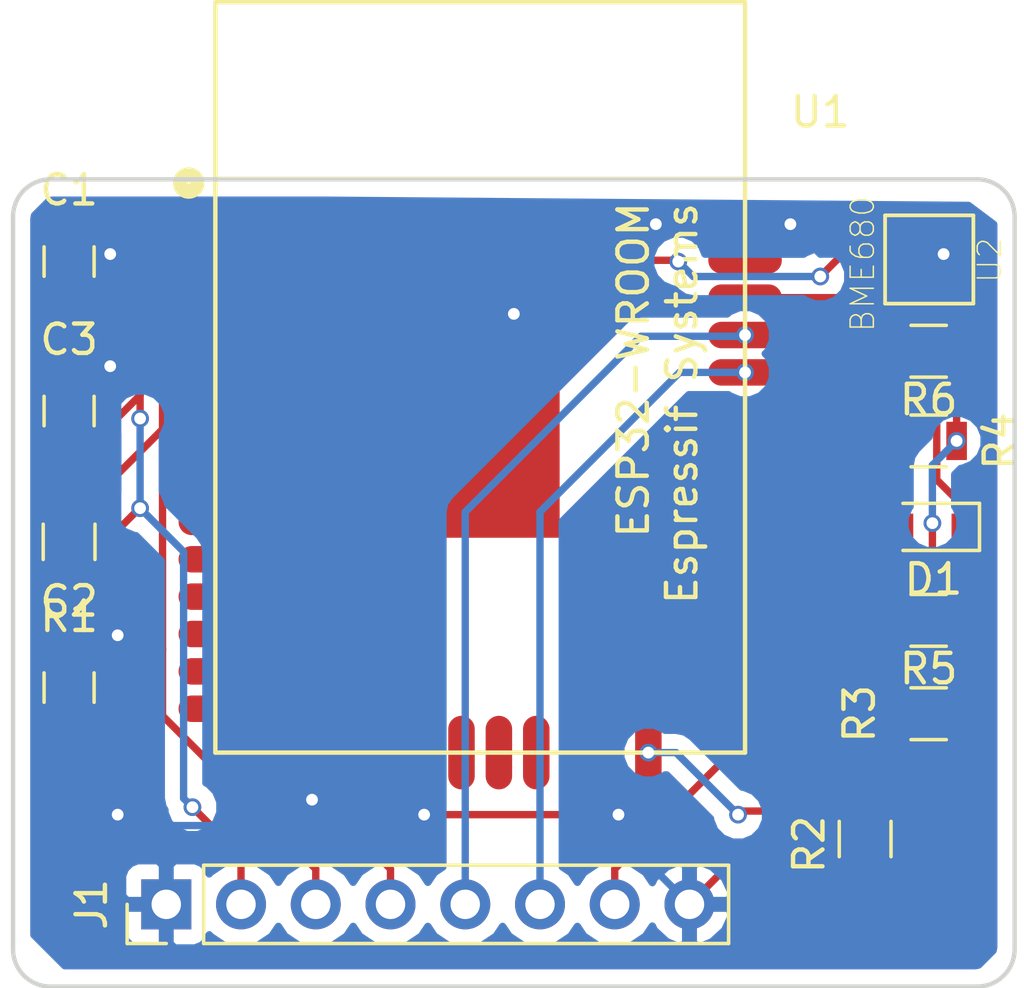
<source format=kicad_pcb>
(kicad_pcb (version 4) (host pcbnew 4.0.7)

  (general
    (links 36)
    (no_connects 7)
    (area 101.524999 83.226 137.295953 121.079619)
    (thickness 1.6)
    (drawings 8)
    (tracks 169)
    (zones 0)
    (modules 13)
    (nets 40)
  )

  (page A4)
  (layers
    (0 F.Cu signal)
    (31 B.Cu signal)
    (32 B.Adhes user hide)
    (33 F.Adhes user hide)
    (34 B.Paste user hide)
    (35 F.Paste user hide)
    (36 B.SilkS user)
    (37 F.SilkS user)
    (38 B.Mask user hide)
    (39 F.Mask user hide)
    (40 Dwgs.User user hide)
    (41 Cmts.User user hide)
    (42 Eco1.User user)
    (43 Eco2.User user hide)
    (44 Edge.Cuts user)
    (45 Margin user hide)
    (46 B.CrtYd user hide)
    (47 F.CrtYd user)
    (48 B.Fab user hide)
    (49 F.Fab user hide)
  )

  (setup
    (last_trace_width 0.25)
    (trace_clearance 0.2)
    (zone_clearance 0.508)
    (zone_45_only no)
    (trace_min 0.2)
    (segment_width 0.2)
    (edge_width 0.15)
    (via_size 0.6)
    (via_drill 0.4)
    (via_min_size 0.4)
    (via_min_drill 0.3)
    (uvia_size 0.3)
    (uvia_drill 0.1)
    (uvias_allowed no)
    (uvia_min_size 0.2)
    (uvia_min_drill 0.1)
    (pcb_text_width 0.3)
    (pcb_text_size 1.5 1.5)
    (mod_edge_width 0.15)
    (mod_text_size 1 1)
    (mod_text_width 0.15)
    (pad_size 1.524 1.524)
    (pad_drill 0.762)
    (pad_to_mask_clearance 0.2)
    (aux_axis_origin 0 0)
    (visible_elements FFFEEF7F)
    (pcbplotparams
      (layerselection 0x010fc_80000001)
      (usegerberextensions true)
      (excludeedgelayer true)
      (linewidth 0.100000)
      (plotframeref false)
      (viasonmask false)
      (mode 1)
      (useauxorigin false)
      (hpglpennumber 1)
      (hpglpenspeed 20)
      (hpglpendiameter 15)
      (hpglpenoverlay 2)
      (psnegative false)
      (psa4output false)
      (plotreference true)
      (plotvalue true)
      (plotinvisibletext false)
      (padsonsilk false)
      (subtractmaskfromsilk false)
      (outputformat 1)
      (mirror false)
      (drillshape 0)
      (scaleselection 1)
      (outputdirectory ""))
  )

  (net 0 "")
  (net 1 GND)
  (net 2 EN)
  (net 3 CSB)
  (net 4 "Net-(D1-Pad2)")
  (net 5 "Net-(R2-Pad2)")
  (net 6 "Net-(U1-Pad37)")
  (net 7 SCK)
  (net 8 SDI)
  (net 9 "Net-(U1-Pad32)")
  (net 10 "Net-(U1-Pad31)")
  (net 11 "Net-(U1-Pad30)")
  (net 12 "Net-(U1-Pad29)")
  (net 13 "Net-(U1-Pad28)")
  (net 14 "Net-(U1-Pad27)")
  (net 15 "Net-(U1-Pad26)")
  (net 16 "Net-(U1-Pad23)")
  (net 17 "Net-(U1-Pad22)")
  (net 18 "Net-(U1-Pad21)")
  (net 19 "Net-(U1-Pad20)")
  (net 20 "Net-(U1-Pad19)")
  (net 21 "Net-(U1-Pad18)")
  (net 22 "Net-(U1-Pad17)")
  (net 23 "Net-(U1-Pad14)")
  (net 24 "Net-(U1-Pad13)")
  (net 25 "Net-(U1-Pad12)")
  (net 26 "Net-(U1-Pad11)")
  (net 27 "Net-(U1-Pad10)")
  (net 28 "Net-(U1-Pad9)")
  (net 29 "Net-(U1-Pad8)")
  (net 30 "Net-(U1-Pad7)")
  (net 31 "Net-(U1-Pad6)")
  (net 32 "Net-(U1-Pad5)")
  (net 33 "Net-(U1-Pad4)")
  (net 34 "Net-(U2-Pad5)")
  (net 35 16)
  (net 36 RX)
  (net 37 TX)
  (net 38 D0)
  (net 39 +3V3)

  (net_class Default "This is the default net class."
    (clearance 0.2)
    (trace_width 0.25)
    (via_dia 0.6)
    (via_drill 0.4)
    (uvia_dia 0.3)
    (uvia_drill 0.1)
    (add_net +3V3)
    (add_net 16)
    (add_net CSB)
    (add_net D0)
    (add_net EN)
    (add_net GND)
    (add_net "Net-(D1-Pad2)")
    (add_net "Net-(R2-Pad2)")
    (add_net "Net-(U1-Pad10)")
    (add_net "Net-(U1-Pad11)")
    (add_net "Net-(U1-Pad12)")
    (add_net "Net-(U1-Pad13)")
    (add_net "Net-(U1-Pad14)")
    (add_net "Net-(U1-Pad17)")
    (add_net "Net-(U1-Pad18)")
    (add_net "Net-(U1-Pad19)")
    (add_net "Net-(U1-Pad20)")
    (add_net "Net-(U1-Pad21)")
    (add_net "Net-(U1-Pad22)")
    (add_net "Net-(U1-Pad23)")
    (add_net "Net-(U1-Pad26)")
    (add_net "Net-(U1-Pad27)")
    (add_net "Net-(U1-Pad28)")
    (add_net "Net-(U1-Pad29)")
    (add_net "Net-(U1-Pad30)")
    (add_net "Net-(U1-Pad31)")
    (add_net "Net-(U1-Pad32)")
    (add_net "Net-(U1-Pad37)")
    (add_net "Net-(U1-Pad4)")
    (add_net "Net-(U1-Pad5)")
    (add_net "Net-(U1-Pad6)")
    (add_net "Net-(U1-Pad7)")
    (add_net "Net-(U1-Pad8)")
    (add_net "Net-(U1-Pad9)")
    (add_net "Net-(U2-Pad5)")
    (add_net RX)
    (add_net SCK)
    (add_net SDI)
    (add_net TX)
  )

  (module BME680:BME680 (layer F.Cu) (tedit 5A8C5D1F) (tstamp 5A727082)
    (at 131.234 92.918 270)
    (path /5A70B922)
    (attr smd)
    (fp_text reference U2 (at 1.524 -3.556 270) (layer F.SilkS)
      (effects (font (size 0.789947 0.789947) (thickness 0.05)))
    )
    (fp_text value BME680 (at 1.651 0.762 270) (layer F.SilkS)
      (effects (font (size 0.789845 0.789845) (thickness 0.05)))
    )
    (fp_line (start 0 -3) (end 0 0) (layer F.SilkS) (width 0.127))
    (fp_line (start 0 0) (end 3 0) (layer F.SilkS) (width 0.127))
    (fp_line (start 3 0) (end 3 -3) (layer F.SilkS) (width 0.127))
    (fp_line (start 3 -3) (end 0 -3) (layer F.SilkS) (width 0.127))
    (fp_circle (center 0.988 -0.508) (end 1.088 -0.508) (layer Dwgs.User) (width 0))
    (pad 1 smd rect (at 2.7 -2.7 270) (size 0.4 0.4) (layers F.Cu F.Paste F.Mask)
      (net 1 GND))
    (pad 2 smd rect (at 2.7 -1.9 270) (size 0.4 0.4) (layers F.Cu F.Paste F.Mask)
      (net 3 CSB))
    (pad 3 smd rect (at 2.7 -1.1 270) (size 0.4 0.4) (layers F.Cu F.Paste F.Mask)
      (net 8 SDI))
    (pad 4 smd rect (at 2.7 -0.3 270) (size 0.4 0.4) (layers F.Cu F.Paste F.Mask)
      (net 7 SCK))
    (pad 5 smd rect (at 0.3 -0.3 270) (size 0.4 0.4) (layers F.Cu F.Paste F.Mask)
      (net 34 "Net-(U2-Pad5)"))
    (pad 6 smd rect (at 0.3 -1.1 270) (size 0.4 0.4) (layers F.Cu F.Paste F.Mask)
      (net 39 +3V3))
    (pad 7 smd rect (at 0.3 -1.9 270) (size 0.4 0.4) (layers F.Cu F.Paste F.Mask)
      (net 1 GND))
    (pad 8 smd rect (at 0.3 -2.7 270) (size 0.4 0.4) (layers F.Cu F.Paste F.Mask)
      (net 39 +3V3))
  )

  (module Resistors_SMD:R_0805 (layer F.Cu) (tedit 58E0A804) (tstamp 5A72704B)
    (at 132.715 100.584 180)
    (descr "Resistor SMD 0805, reflow soldering, Vishay (see dcrcw.pdf)")
    (tags "resistor 0805")
    (path /5A71EEFD)
    (attr smd)
    (fp_text reference R4 (at -2.413 0 270) (layer F.SilkS)
      (effects (font (size 1 1) (thickness 0.15)))
    )
    (fp_text value 10K (at 0 1.75 180) (layer F.Fab)
      (effects (font (size 1 1) (thickness 0.15)))
    )
    (fp_text user %R (at 0 0 180) (layer F.Fab)
      (effects (font (size 0.5 0.5) (thickness 0.075)))
    )
    (fp_line (start -1 0.62) (end -1 -0.62) (layer F.Fab) (width 0.1))
    (fp_line (start 1 0.62) (end -1 0.62) (layer F.Fab) (width 0.1))
    (fp_line (start 1 -0.62) (end 1 0.62) (layer F.Fab) (width 0.1))
    (fp_line (start -1 -0.62) (end 1 -0.62) (layer F.Fab) (width 0.1))
    (fp_line (start 0.6 0.88) (end -0.6 0.88) (layer F.SilkS) (width 0.12))
    (fp_line (start -0.6 -0.88) (end 0.6 -0.88) (layer F.SilkS) (width 0.12))
    (fp_line (start -1.55 -0.9) (end 1.55 -0.9) (layer F.CrtYd) (width 0.05))
    (fp_line (start -1.55 -0.9) (end -1.55 0.9) (layer F.CrtYd) (width 0.05))
    (fp_line (start 1.55 0.9) (end 1.55 -0.9) (layer F.CrtYd) (width 0.05))
    (fp_line (start 1.55 0.9) (end -1.55 0.9) (layer F.CrtYd) (width 0.05))
    (pad 1 smd rect (at -0.95 0 180) (size 0.7 1.3) (layers F.Cu F.Paste F.Mask)
      (net 39 +3V3))
    (pad 2 smd rect (at 0.95 0 180) (size 0.7 1.3) (layers F.Cu F.Paste F.Mask)
      (net 8 SDI))
    (model ${KISYS3DMOD}/Resistors_SMD.3dshapes/R_0805.wrl
      (at (xyz 0 0 0))
      (scale (xyz 1 1 1))
      (rotate (xyz 0 0 0))
    )
  )

  (module Diodes_SMD:D_0805 (layer F.Cu) (tedit 590CE9A4) (tstamp 5A727033)
    (at 132.842 103.505 180)
    (descr "Diode SMD in 0805 package http://datasheets.avx.com/schottky.pdf")
    (tags "smd diode")
    (path /5A71F01F)
    (attr smd)
    (fp_text reference D1 (at -0.034 -1.778 180) (layer F.SilkS)
      (effects (font (size 1 1) (thickness 0.15)))
    )
    (fp_text value 1N4148 (at 0 1.7 180) (layer F.Fab)
      (effects (font (size 1 1) (thickness 0.15)))
    )
    (fp_text user %R (at 0 -1.6 180) (layer F.Fab)
      (effects (font (size 1 1) (thickness 0.15)))
    )
    (fp_line (start -1.6 -0.8) (end -1.6 0.8) (layer F.SilkS) (width 0.12))
    (fp_line (start -1.7 0.88) (end -1.7 -0.88) (layer F.CrtYd) (width 0.05))
    (fp_line (start 1.7 0.88) (end -1.7 0.88) (layer F.CrtYd) (width 0.05))
    (fp_line (start 1.7 -0.88) (end 1.7 0.88) (layer F.CrtYd) (width 0.05))
    (fp_line (start -1.7 -0.88) (end 1.7 -0.88) (layer F.CrtYd) (width 0.05))
    (fp_line (start 0.2 0) (end 0.4 0) (layer F.Fab) (width 0.1))
    (fp_line (start -0.1 0) (end -0.3 0) (layer F.Fab) (width 0.1))
    (fp_line (start -0.1 -0.2) (end -0.1 0.2) (layer F.Fab) (width 0.1))
    (fp_line (start 0.2 0.2) (end 0.2 -0.2) (layer F.Fab) (width 0.1))
    (fp_line (start -0.1 0) (end 0.2 0.2) (layer F.Fab) (width 0.1))
    (fp_line (start 0.2 -0.2) (end -0.1 0) (layer F.Fab) (width 0.1))
    (fp_line (start -1 0.65) (end -1 -0.65) (layer F.Fab) (width 0.1))
    (fp_line (start 1 0.65) (end -1 0.65) (layer F.Fab) (width 0.1))
    (fp_line (start 1 -0.65) (end 1 0.65) (layer F.Fab) (width 0.1))
    (fp_line (start -1 -0.65) (end 1 -0.65) (layer F.Fab) (width 0.1))
    (fp_line (start -1.6 0.8) (end 1 0.8) (layer F.SilkS) (width 0.12))
    (fp_line (start -1.6 -0.8) (end 1 -0.8) (layer F.SilkS) (width 0.12))
    (pad 1 smd rect (at -1.05 0 180) (size 0.8 0.9) (layers F.Cu F.Paste F.Mask)
      (net 3 CSB))
    (pad 2 smd rect (at 1.05 0 180) (size 0.8 0.9) (layers F.Cu F.Paste F.Mask)
      (net 4 "Net-(D1-Pad2)"))
    (model ${KISYS3DMOD}/Diodes_SMD.3dshapes/D_0805.wrl
      (at (xyz 0 0 0))
      (scale (xyz 1 1 1))
      (rotate (xyz 0 0 0))
    )
  )

  (module Resistors_SMD:R_0805 (layer F.Cu) (tedit 58E0A804) (tstamp 5A727045)
    (at 132.715 109.855 180)
    (descr "Resistor SMD 0805, reflow soldering, Vishay (see dcrcw.pdf)")
    (tags "resistor 0805")
    (path /5A70B6B4)
    (attr smd)
    (fp_text reference R3 (at 2.352 0 270) (layer F.SilkS)
      (effects (font (size 1 1) (thickness 0.15)))
    )
    (fp_text value "5K(1%)(NC)" (at 0 1.75 180) (layer F.Fab)
      (effects (font (size 1 1) (thickness 0.15)))
    )
    (fp_text user %R (at 0 0 180) (layer F.Fab)
      (effects (font (size 0.5 0.5) (thickness 0.075)))
    )
    (fp_line (start -1 0.62) (end -1 -0.62) (layer F.Fab) (width 0.1))
    (fp_line (start 1 0.62) (end -1 0.62) (layer F.Fab) (width 0.1))
    (fp_line (start 1 -0.62) (end 1 0.62) (layer F.Fab) (width 0.1))
    (fp_line (start -1 -0.62) (end 1 -0.62) (layer F.Fab) (width 0.1))
    (fp_line (start 0.6 0.88) (end -0.6 0.88) (layer F.SilkS) (width 0.12))
    (fp_line (start -0.6 -0.88) (end 0.6 -0.88) (layer F.SilkS) (width 0.12))
    (fp_line (start -1.55 -0.9) (end 1.55 -0.9) (layer F.CrtYd) (width 0.05))
    (fp_line (start -1.55 -0.9) (end -1.55 0.9) (layer F.CrtYd) (width 0.05))
    (fp_line (start 1.55 0.9) (end 1.55 -0.9) (layer F.CrtYd) (width 0.05))
    (fp_line (start 1.55 0.9) (end -1.55 0.9) (layer F.CrtYd) (width 0.05))
    (pad 1 smd rect (at -0.95 0 180) (size 0.7 1.3) (layers F.Cu F.Paste F.Mask)
      (net 39 +3V3))
    (pad 2 smd rect (at 0.95 0 180) (size 0.7 1.3) (layers F.Cu F.Paste F.Mask)
      (net 38 D0))
    (model ${KISYS3DMOD}/Resistors_SMD.3dshapes/R_0805.wrl
      (at (xyz 0 0 0))
      (scale (xyz 1 1 1))
      (rotate (xyz 0 0 0))
    )
  )

  (module Resistors_SMD:R_0805 (layer F.Cu) (tedit 58E0A804) (tstamp 5A72703F)
    (at 130.556 114.112 90)
    (descr "Resistor SMD 0805, reflow soldering, Vishay (see dcrcw.pdf)")
    (tags "resistor 0805")
    (path /5A70B60D)
    (attr smd)
    (fp_text reference R2 (at -0.188 -1.905 90) (layer F.SilkS)
      (effects (font (size 1 1) (thickness 0.15)))
    )
    (fp_text value "5K(1%)(NC)" (at 0 1.75 90) (layer F.Fab)
      (effects (font (size 1 1) (thickness 0.15)))
    )
    (fp_text user %R (at 0 0 90) (layer F.Fab)
      (effects (font (size 0.5 0.5) (thickness 0.075)))
    )
    (fp_line (start -1 0.62) (end -1 -0.62) (layer F.Fab) (width 0.1))
    (fp_line (start 1 0.62) (end -1 0.62) (layer F.Fab) (width 0.1))
    (fp_line (start 1 -0.62) (end 1 0.62) (layer F.Fab) (width 0.1))
    (fp_line (start -1 -0.62) (end 1 -0.62) (layer F.Fab) (width 0.1))
    (fp_line (start 0.6 0.88) (end -0.6 0.88) (layer F.SilkS) (width 0.12))
    (fp_line (start -0.6 -0.88) (end 0.6 -0.88) (layer F.SilkS) (width 0.12))
    (fp_line (start -1.55 -0.9) (end 1.55 -0.9) (layer F.CrtYd) (width 0.05))
    (fp_line (start -1.55 -0.9) (end -1.55 0.9) (layer F.CrtYd) (width 0.05))
    (fp_line (start 1.55 0.9) (end 1.55 -0.9) (layer F.CrtYd) (width 0.05))
    (fp_line (start 1.55 0.9) (end -1.55 0.9) (layer F.CrtYd) (width 0.05))
    (pad 1 smd rect (at -0.95 0 90) (size 0.7 1.3) (layers F.Cu F.Paste F.Mask)
      (net 1 GND))
    (pad 2 smd rect (at 0.95 0 90) (size 0.7 1.3) (layers F.Cu F.Paste F.Mask)
      (net 5 "Net-(R2-Pad2)"))
    (model ${KISYS3DMOD}/Resistors_SMD.3dshapes/R_0805.wrl
      (at (xyz 0 0 0))
      (scale (xyz 1 1 1))
      (rotate (xyz 0 0 0))
    )
  )

  (module ESP32-footprints-Lib:ESP32-WROOM (layer F.Cu) (tedit 57D08EA8) (tstamp 5A727076)
    (at 117.475 98.425 180)
    (path /5A70B3B2)
    (fp_text reference U1 (at -11.557 9.017 180) (layer F.SilkS)
      (effects (font (size 1 1) (thickness 0.15)))
    )
    (fp_text value ESP32-WROOM (at 5.715 14.224 180) (layer F.Fab)
      (effects (font (size 1 1) (thickness 0.15)))
    )
    (fp_text user "Espressif Systems" (at -6.858 -0.889 270) (layer F.SilkS)
      (effects (font (size 1 1) (thickness 0.15)))
    )
    (fp_circle (center 9.906 6.604) (end 10.033 6.858) (layer F.SilkS) (width 0.5))
    (fp_text user ESP32-WROOM (at -5.207 0.254 270) (layer F.SilkS)
      (effects (font (size 1 1) (thickness 0.15)))
    )
    (fp_line (start -9 6.75) (end 9 6.75) (layer F.SilkS) (width 0.15))
    (fp_line (start 9 12.75) (end 9 -12.75) (layer F.SilkS) (width 0.15))
    (fp_line (start -9 12.75) (end -9 -12.75) (layer F.SilkS) (width 0.15))
    (fp_line (start -9 -12.75) (end 9 -12.75) (layer F.SilkS) (width 0.15))
    (fp_line (start -9 12.75) (end 9 12.75) (layer F.SilkS) (width 0.15))
    (pad 38 smd oval (at -9 5.25 180) (size 2.5 0.9) (layers F.Cu F.Paste F.Mask)
      (net 1 GND))
    (pad 37 smd oval (at -9 3.98 180) (size 2.5 0.9) (layers F.Cu F.Paste F.Mask)
      (net 6 "Net-(U1-Pad37)"))
    (pad 36 smd oval (at -9 2.71 180) (size 2.5 0.9) (layers F.Cu F.Paste F.Mask)
      (net 7 SCK))
    (pad 35 smd oval (at -9 1.44 180) (size 2.5 0.9) (layers F.Cu F.Paste F.Mask)
      (net 37 TX))
    (pad 34 smd oval (at -9 0.17 180) (size 2.5 0.9) (layers F.Cu F.Paste F.Mask)
      (net 36 RX))
    (pad 33 smd oval (at -9 -1.1 180) (size 2.5 0.9) (layers F.Cu F.Paste F.Mask)
      (net 8 SDI))
    (pad 32 smd oval (at -9 -2.37 180) (size 2.5 0.9) (layers F.Cu F.Paste F.Mask)
      (net 9 "Net-(U1-Pad32)"))
    (pad 31 smd oval (at -9 -3.64 180) (size 2.5 0.9) (layers F.Cu F.Paste F.Mask)
      (net 10 "Net-(U1-Pad31)"))
    (pad 30 smd oval (at -9 -4.91 180) (size 2.5 0.9) (layers F.Cu F.Paste F.Mask)
      (net 11 "Net-(U1-Pad30)"))
    (pad 29 smd oval (at -9 -6.18 180) (size 2.5 0.9) (layers F.Cu F.Paste F.Mask)
      (net 12 "Net-(U1-Pad29)"))
    (pad 28 smd oval (at -9 -7.45 180) (size 2.5 0.9) (layers F.Cu F.Paste F.Mask)
      (net 13 "Net-(U1-Pad28)"))
    (pad 27 smd oval (at -9 -8.72 180) (size 2.5 0.9) (layers F.Cu F.Paste F.Mask)
      (net 14 "Net-(U1-Pad27)"))
    (pad 26 smd oval (at -9 -9.99 180) (size 2.5 0.9) (layers F.Cu F.Paste F.Mask)
      (net 15 "Net-(U1-Pad26)"))
    (pad 25 smd oval (at -9 -11.26 180) (size 2.5 0.9) (layers F.Cu F.Paste F.Mask)
      (net 38 D0))
    (pad 24 smd oval (at -5.715 -12.75 180) (size 0.9 2.5) (layers F.Cu F.Paste F.Mask)
      (net 5 "Net-(R2-Pad2)"))
    (pad 23 smd oval (at -4.445 -12.75 180) (size 0.9 2.5) (layers F.Cu F.Paste F.Mask)
      (net 16 "Net-(U1-Pad23)"))
    (pad 22 smd oval (at -3.175 -12.75 180) (size 0.9 2.5) (layers F.Cu F.Paste F.Mask)
      (net 17 "Net-(U1-Pad22)"))
    (pad 21 smd oval (at -1.905 -12.75 180) (size 0.9 2.5) (layers F.Cu F.Paste F.Mask)
      (net 18 "Net-(U1-Pad21)"))
    (pad 20 smd oval (at -0.635 -12.75 180) (size 0.9 2.5) (layers F.Cu F.Paste F.Mask)
      (net 19 "Net-(U1-Pad20)"))
    (pad 19 smd oval (at 0.635 -12.75 180) (size 0.9 2.5) (layers F.Cu F.Paste F.Mask)
      (net 20 "Net-(U1-Pad19)"))
    (pad 18 smd oval (at 1.905 -12.75 180) (size 0.9 2.5) (layers F.Cu F.Paste F.Mask)
      (net 21 "Net-(U1-Pad18)"))
    (pad 17 smd oval (at 3.175 -12.75 180) (size 0.9 2.5) (layers F.Cu F.Paste F.Mask)
      (net 22 "Net-(U1-Pad17)"))
    (pad 16 smd oval (at 4.445 -12.75 180) (size 0.9 2.5) (layers F.Cu F.Paste F.Mask)
      (net 35 16))
    (pad 15 smd oval (at 5.715 -12.75 180) (size 0.9 2.5) (layers F.Cu F.Paste F.Mask)
      (net 1 GND))
    (pad 14 smd oval (at 9 -11.26 180) (size 2.5 0.9) (layers F.Cu F.Paste F.Mask)
      (net 23 "Net-(U1-Pad14)"))
    (pad 13 smd oval (at 9 -9.99 180) (size 2.5 0.9) (layers F.Cu F.Paste F.Mask)
      (net 24 "Net-(U1-Pad13)"))
    (pad 12 smd oval (at 9 -8.72 180) (size 2.5 0.9) (layers F.Cu F.Paste F.Mask)
      (net 25 "Net-(U1-Pad12)"))
    (pad 11 smd oval (at 9 -7.45 180) (size 2.5 0.9) (layers F.Cu F.Paste F.Mask)
      (net 26 "Net-(U1-Pad11)"))
    (pad 10 smd oval (at 9 -6.18 180) (size 2.5 0.9) (layers F.Cu F.Paste F.Mask)
      (net 27 "Net-(U1-Pad10)"))
    (pad 9 smd oval (at 9 -4.91 180) (size 2.5 0.9) (layers F.Cu F.Paste F.Mask)
      (net 28 "Net-(U1-Pad9)"))
    (pad 8 smd oval (at 9 -3.64 180) (size 2.5 0.9) (layers F.Cu F.Paste F.Mask)
      (net 29 "Net-(U1-Pad8)"))
    (pad 7 smd oval (at 9 -2.37 180) (size 2.5 0.9) (layers F.Cu F.Paste F.Mask)
      (net 30 "Net-(U1-Pad7)"))
    (pad 6 smd oval (at 9 -1.1 180) (size 2.5 0.9) (layers F.Cu F.Paste F.Mask)
      (net 31 "Net-(U1-Pad6)"))
    (pad 5 smd oval (at 9 0.17 180) (size 2.5 0.9) (layers F.Cu F.Paste F.Mask)
      (net 32 "Net-(U1-Pad5)"))
    (pad 4 smd oval (at 9 1.44 180) (size 2.5 0.9) (layers F.Cu F.Paste F.Mask)
      (net 33 "Net-(U1-Pad4)"))
    (pad 3 smd oval (at 9 2.71 180) (size 2.5 0.9) (layers F.Cu F.Paste F.Mask)
      (net 2 EN))
    (pad 2 smd oval (at 9 3.98 180) (size 2.5 0.9) (layers F.Cu F.Paste F.Mask)
      (net 39 +3V3))
    (pad 1 smd oval (at 9 5.25 180) (size 2.5 0.9) (layers F.Cu F.Paste F.Mask)
      (net 1 GND))
    (pad 39 smd rect (at 0.3 -2.45 180) (size 6 6) (layers F.Cu F.Paste F.Mask)
      (net 1 GND))
  )

  (module Resistors_SMD:R_0805 (layer F.Cu) (tedit 58E0A804) (tstamp 5A727039)
    (at 103.505 104.013 90)
    (descr "Resistor SMD 0805, reflow soldering, Vishay (see dcrcw.pdf)")
    (tags "resistor 0805")
    (path /5A70B598)
    (attr smd)
    (fp_text reference R1 (at -2.54 0 180) (layer F.SilkS)
      (effects (font (size 1 1) (thickness 0.15)))
    )
    (fp_text value "12K(1%)" (at 0 1.75 90) (layer F.Fab)
      (effects (font (size 1 1) (thickness 0.15)))
    )
    (fp_text user %R (at 0 0 90) (layer F.Fab)
      (effects (font (size 0.5 0.5) (thickness 0.075)))
    )
    (fp_line (start -1 0.62) (end -1 -0.62) (layer F.Fab) (width 0.1))
    (fp_line (start 1 0.62) (end -1 0.62) (layer F.Fab) (width 0.1))
    (fp_line (start 1 -0.62) (end 1 0.62) (layer F.Fab) (width 0.1))
    (fp_line (start -1 -0.62) (end 1 -0.62) (layer F.Fab) (width 0.1))
    (fp_line (start 0.6 0.88) (end -0.6 0.88) (layer F.SilkS) (width 0.12))
    (fp_line (start -0.6 -0.88) (end 0.6 -0.88) (layer F.SilkS) (width 0.12))
    (fp_line (start -1.55 -0.9) (end 1.55 -0.9) (layer F.CrtYd) (width 0.05))
    (fp_line (start -1.55 -0.9) (end -1.55 0.9) (layer F.CrtYd) (width 0.05))
    (fp_line (start 1.55 0.9) (end 1.55 -0.9) (layer F.CrtYd) (width 0.05))
    (fp_line (start 1.55 0.9) (end -1.55 0.9) (layer F.CrtYd) (width 0.05))
    (pad 1 smd rect (at -0.95 0 90) (size 0.7 1.3) (layers F.Cu F.Paste F.Mask)
      (net 39 +3V3))
    (pad 2 smd rect (at 0.95 0 90) (size 0.7 1.3) (layers F.Cu F.Paste F.Mask)
      (net 2 EN))
    (model ${KISYS3DMOD}/Resistors_SMD.3dshapes/R_0805.wrl
      (at (xyz 0 0 0))
      (scale (xyz 1 1 1))
      (rotate (xyz 0 0 0))
    )
  )

  (module Capacitors_SMD:C_0805 (layer F.Cu) (tedit 58AA8463) (tstamp 5A72701B)
    (at 103.505 108.966 90)
    (descr "Capacitor SMD 0805, reflow soldering, AVX (see smccp.pdf)")
    (tags "capacitor 0805")
    (path /5A70B534)
    (attr smd)
    (fp_text reference C2 (at 2.937 0 180) (layer F.SilkS)
      (effects (font (size 1 1) (thickness 0.15)))
    )
    (fp_text value "1nF/50V(10%)" (at 0 1.75 90) (layer F.Fab)
      (effects (font (size 1 1) (thickness 0.15)))
    )
    (fp_text user %R (at 0 -1.5 90) (layer F.Fab)
      (effects (font (size 1 1) (thickness 0.15)))
    )
    (fp_line (start -1 0.62) (end -1 -0.62) (layer F.Fab) (width 0.1))
    (fp_line (start 1 0.62) (end -1 0.62) (layer F.Fab) (width 0.1))
    (fp_line (start 1 -0.62) (end 1 0.62) (layer F.Fab) (width 0.1))
    (fp_line (start -1 -0.62) (end 1 -0.62) (layer F.Fab) (width 0.1))
    (fp_line (start 0.5 -0.85) (end -0.5 -0.85) (layer F.SilkS) (width 0.12))
    (fp_line (start -0.5 0.85) (end 0.5 0.85) (layer F.SilkS) (width 0.12))
    (fp_line (start -1.75 -0.88) (end 1.75 -0.88) (layer F.CrtYd) (width 0.05))
    (fp_line (start -1.75 -0.88) (end -1.75 0.87) (layer F.CrtYd) (width 0.05))
    (fp_line (start 1.75 0.87) (end 1.75 -0.88) (layer F.CrtYd) (width 0.05))
    (fp_line (start 1.75 0.87) (end -1.75 0.87) (layer F.CrtYd) (width 0.05))
    (pad 1 smd rect (at -1 0 90) (size 1 1.25) (layers F.Cu F.Paste F.Mask)
      (net 2 EN))
    (pad 2 smd rect (at 1 0 90) (size 1 1.25) (layers F.Cu F.Paste F.Mask)
      (net 1 GND))
    (model Capacitors_SMD.3dshapes/C_0805.wrl
      (at (xyz 0 0 0))
      (scale (xyz 1 1 1))
      (rotate (xyz 0 0 0))
    )
  )

  (module Socket_Strips:Socket_Strip_Straight_1x08_Pitch2.54mm (layer F.Cu) (tedit 58CD5446) (tstamp 5A7284A1)
    (at 106.807 116.332 90)
    (descr "Through hole straight socket strip, 1x08, 2.54mm pitch, single row")
    (tags "Through hole socket strip THT 1x08 2.54mm single row")
    (path /5A7282FE)
    (fp_text reference J1 (at 0 -2.54 90) (layer F.SilkS)
      (effects (font (size 1 1) (thickness 0.15)))
    )
    (fp_text value Conn_01x08 (at 0 20.11 90) (layer F.Fab)
      (effects (font (size 1 1) (thickness 0.15)))
    )
    (fp_line (start -1.27 -1.27) (end -1.27 19.05) (layer F.Fab) (width 0.1))
    (fp_line (start -1.27 19.05) (end 1.27 19.05) (layer F.Fab) (width 0.1))
    (fp_line (start 1.27 19.05) (end 1.27 -1.27) (layer F.Fab) (width 0.1))
    (fp_line (start 1.27 -1.27) (end -1.27 -1.27) (layer F.Fab) (width 0.1))
    (fp_line (start -1.33 1.27) (end -1.33 19.11) (layer F.SilkS) (width 0.12))
    (fp_line (start -1.33 19.11) (end 1.33 19.11) (layer F.SilkS) (width 0.12))
    (fp_line (start 1.33 19.11) (end 1.33 1.27) (layer F.SilkS) (width 0.12))
    (fp_line (start 1.33 1.27) (end -1.33 1.27) (layer F.SilkS) (width 0.12))
    (fp_line (start -1.33 0) (end -1.33 -1.33) (layer F.SilkS) (width 0.12))
    (fp_line (start -1.33 -1.33) (end 0 -1.33) (layer F.SilkS) (width 0.12))
    (fp_line (start -1.8 -1.8) (end -1.8 19.55) (layer F.CrtYd) (width 0.05))
    (fp_line (start -1.8 19.55) (end 1.8 19.55) (layer F.CrtYd) (width 0.05))
    (fp_line (start 1.8 19.55) (end 1.8 -1.8) (layer F.CrtYd) (width 0.05))
    (fp_line (start 1.8 -1.8) (end -1.8 -1.8) (layer F.CrtYd) (width 0.05))
    (fp_text user %R (at 0 -2.33 90) (layer F.Fab)
      (effects (font (size 1 1) (thickness 0.15)))
    )
    (pad 1 thru_hole rect (at 0 0 90) (size 1.7 1.7) (drill 1) (layers *.Cu *.Mask)
      (net 1 GND))
    (pad 2 thru_hole oval (at 0 2.54 90) (size 1.7 1.7) (drill 1) (layers *.Cu *.Mask)
      (net 39 +3V3))
    (pad 3 thru_hole oval (at 0 5.08 90) (size 1.7 1.7) (drill 1) (layers *.Cu *.Mask)
      (net 2 EN))
    (pad 4 thru_hole oval (at 0 7.62 90) (size 1.7 1.7) (drill 1) (layers *.Cu *.Mask)
      (net 35 16))
    (pad 5 thru_hole oval (at 0 10.16 90) (size 1.7 1.7) (drill 1) (layers *.Cu *.Mask)
      (net 37 TX))
    (pad 6 thru_hole oval (at 0 12.7 90) (size 1.7 1.7) (drill 1) (layers *.Cu *.Mask)
      (net 36 RX))
    (pad 7 thru_hole oval (at 0 15.24 90) (size 1.7 1.7) (drill 1) (layers *.Cu *.Mask)
      (net 38 D0))
    (pad 8 thru_hole oval (at 0 17.78 90) (size 1.7 1.7) (drill 1) (layers *.Cu *.Mask)
      (net 1 GND))
    (model ${KISYS3DMOD}/Socket_Strips.3dshapes/Socket_Strip_Straight_1x08_Pitch2.54mm.wrl
      (at (xyz 0 -0.35 0))
      (scale (xyz 1 1 1))
      (rotate (xyz 0 0 270))
    )
  )

  (module Capacitors_SMD:C_0805 (layer F.Cu) (tedit 58AA8463) (tstamp 5A727015)
    (at 103.505 94.488 90)
    (descr "Capacitor SMD 0805, reflow soldering, AVX (see smccp.pdf)")
    (tags "capacitor 0805")
    (path /5A70B4CE)
    (attr smd)
    (fp_text reference C1 (at 2.429 0 180) (layer F.SilkS)
      (effects (font (size 1 1) (thickness 0.15)))
    )
    (fp_text value "100uF/6.3V(20%)" (at 0 1.75 90) (layer F.Fab)
      (effects (font (size 1 1) (thickness 0.15)))
    )
    (fp_text user %R (at 0 -1.5 90) (layer F.Fab)
      (effects (font (size 1 1) (thickness 0.15)))
    )
    (fp_line (start -1 0.62) (end -1 -0.62) (layer F.Fab) (width 0.1))
    (fp_line (start 1 0.62) (end -1 0.62) (layer F.Fab) (width 0.1))
    (fp_line (start 1 -0.62) (end 1 0.62) (layer F.Fab) (width 0.1))
    (fp_line (start -1 -0.62) (end 1 -0.62) (layer F.Fab) (width 0.1))
    (fp_line (start 0.5 -0.85) (end -0.5 -0.85) (layer F.SilkS) (width 0.12))
    (fp_line (start -0.5 0.85) (end 0.5 0.85) (layer F.SilkS) (width 0.12))
    (fp_line (start -1.75 -0.88) (end 1.75 -0.88) (layer F.CrtYd) (width 0.05))
    (fp_line (start -1.75 -0.88) (end -1.75 0.87) (layer F.CrtYd) (width 0.05))
    (fp_line (start 1.75 0.87) (end 1.75 -0.88) (layer F.CrtYd) (width 0.05))
    (fp_line (start 1.75 0.87) (end -1.75 0.87) (layer F.CrtYd) (width 0.05))
    (pad 1 smd rect (at -1 0 90) (size 1 1.25) (layers F.Cu F.Paste F.Mask)
      (net 39 +3V3))
    (pad 2 smd rect (at 1 0 90) (size 1 1.25) (layers F.Cu F.Paste F.Mask)
      (net 1 GND))
    (model Capacitors_SMD.3dshapes/C_0805.wrl
      (at (xyz 0 0 0))
      (scale (xyz 1 1 1))
      (rotate (xyz 0 0 0))
    )
  )

  (module Capacitors_SMD:C_0805 (layer F.Cu) (tedit 58AA8463) (tstamp 5A727021)
    (at 103.505 99.568 90)
    (descr "Capacitor SMD 0805, reflow soldering, AVX (see smccp.pdf)")
    (tags "capacitor 0805")
    (path /5A70B465)
    (attr smd)
    (fp_text reference C3 (at 2.429 0 180) (layer F.SilkS)
      (effects (font (size 1 1) (thickness 0.15)))
    )
    (fp_text value "1uF/10V(10%)" (at 0 1.75 90) (layer F.Fab)
      (effects (font (size 1 1) (thickness 0.15)))
    )
    (fp_text user %R (at 0 -1.5 90) (layer F.Fab)
      (effects (font (size 1 1) (thickness 0.15)))
    )
    (fp_line (start -1 0.62) (end -1 -0.62) (layer F.Fab) (width 0.1))
    (fp_line (start 1 0.62) (end -1 0.62) (layer F.Fab) (width 0.1))
    (fp_line (start 1 -0.62) (end 1 0.62) (layer F.Fab) (width 0.1))
    (fp_line (start -1 -0.62) (end 1 -0.62) (layer F.Fab) (width 0.1))
    (fp_line (start 0.5 -0.85) (end -0.5 -0.85) (layer F.SilkS) (width 0.12))
    (fp_line (start -0.5 0.85) (end 0.5 0.85) (layer F.SilkS) (width 0.12))
    (fp_line (start -1.75 -0.88) (end 1.75 -0.88) (layer F.CrtYd) (width 0.05))
    (fp_line (start -1.75 -0.88) (end -1.75 0.87) (layer F.CrtYd) (width 0.05))
    (fp_line (start 1.75 0.87) (end 1.75 -0.88) (layer F.CrtYd) (width 0.05))
    (fp_line (start 1.75 0.87) (end -1.75 0.87) (layer F.CrtYd) (width 0.05))
    (pad 1 smd rect (at -1 0 90) (size 1 1.25) (layers F.Cu F.Paste F.Mask)
      (net 39 +3V3))
    (pad 2 smd rect (at 1 0 90) (size 1 1.25) (layers F.Cu F.Paste F.Mask)
      (net 1 GND))
    (model Capacitors_SMD.3dshapes/C_0805.wrl
      (at (xyz 0 0 0))
      (scale (xyz 1 1 1))
      (rotate (xyz 0 0 0))
    )
  )

  (module Resistors_SMD:R_0805 (layer F.Cu) (tedit 58E0A804) (tstamp 5A737921)
    (at 132.715 106.68 180)
    (descr "Resistor SMD 0805, reflow soldering, Vishay (see dcrcw.pdf)")
    (tags "resistor 0805")
    (path /5A737B61)
    (attr smd)
    (fp_text reference R5 (at 0 -1.65 180) (layer F.SilkS)
      (effects (font (size 1 1) (thickness 0.15)))
    )
    (fp_text value 10K (at 0 1.75 180) (layer F.Fab)
      (effects (font (size 1 1) (thickness 0.15)))
    )
    (fp_text user %R (at 0 0 180) (layer F.Fab)
      (effects (font (size 0.5 0.5) (thickness 0.075)))
    )
    (fp_line (start -1 0.62) (end -1 -0.62) (layer F.Fab) (width 0.1))
    (fp_line (start 1 0.62) (end -1 0.62) (layer F.Fab) (width 0.1))
    (fp_line (start 1 -0.62) (end 1 0.62) (layer F.Fab) (width 0.1))
    (fp_line (start -1 -0.62) (end 1 -0.62) (layer F.Fab) (width 0.1))
    (fp_line (start 0.6 0.88) (end -0.6 0.88) (layer F.SilkS) (width 0.12))
    (fp_line (start -0.6 -0.88) (end 0.6 -0.88) (layer F.SilkS) (width 0.12))
    (fp_line (start -1.55 -0.9) (end 1.55 -0.9) (layer F.CrtYd) (width 0.05))
    (fp_line (start -1.55 -0.9) (end -1.55 0.9) (layer F.CrtYd) (width 0.05))
    (fp_line (start 1.55 0.9) (end 1.55 -0.9) (layer F.CrtYd) (width 0.05))
    (fp_line (start 1.55 0.9) (end -1.55 0.9) (layer F.CrtYd) (width 0.05))
    (pad 1 smd rect (at -0.95 0 180) (size 0.7 1.3) (layers F.Cu F.Paste F.Mask)
      (net 39 +3V3))
    (pad 2 smd rect (at 0.95 0 180) (size 0.7 1.3) (layers F.Cu F.Paste F.Mask)
      (net 4 "Net-(D1-Pad2)"))
    (model ${KISYS3DMOD}/Resistors_SMD.3dshapes/R_0805.wrl
      (at (xyz 0 0 0))
      (scale (xyz 1 1 1))
      (rotate (xyz 0 0 0))
    )
  )

  (module Resistors_SMD:R_0805 (layer F.Cu) (tedit 58E0A804) (tstamp 5A737927)
    (at 132.715 97.536 180)
    (descr "Resistor SMD 0805, reflow soldering, Vishay (see dcrcw.pdf)")
    (tags "resistor 0805")
    (path /5A737BD3)
    (attr smd)
    (fp_text reference R6 (at 0 -1.65 180) (layer F.SilkS)
      (effects (font (size 1 1) (thickness 0.15)))
    )
    (fp_text value 10K (at 0 1.75 180) (layer F.Fab)
      (effects (font (size 1 1) (thickness 0.15)))
    )
    (fp_text user %R (at 0 0 180) (layer F.Fab)
      (effects (font (size 0.5 0.5) (thickness 0.075)))
    )
    (fp_line (start -1 0.62) (end -1 -0.62) (layer F.Fab) (width 0.1))
    (fp_line (start 1 0.62) (end -1 0.62) (layer F.Fab) (width 0.1))
    (fp_line (start 1 -0.62) (end 1 0.62) (layer F.Fab) (width 0.1))
    (fp_line (start -1 -0.62) (end 1 -0.62) (layer F.Fab) (width 0.1))
    (fp_line (start 0.6 0.88) (end -0.6 0.88) (layer F.SilkS) (width 0.12))
    (fp_line (start -0.6 -0.88) (end 0.6 -0.88) (layer F.SilkS) (width 0.12))
    (fp_line (start -1.55 -0.9) (end 1.55 -0.9) (layer F.CrtYd) (width 0.05))
    (fp_line (start -1.55 -0.9) (end -1.55 0.9) (layer F.CrtYd) (width 0.05))
    (fp_line (start 1.55 0.9) (end 1.55 -0.9) (layer F.CrtYd) (width 0.05))
    (fp_line (start 1.55 0.9) (end -1.55 0.9) (layer F.CrtYd) (width 0.05))
    (pad 1 smd rect (at -0.95 0 180) (size 0.7 1.3) (layers F.Cu F.Paste F.Mask)
      (net 39 +3V3))
    (pad 2 smd rect (at 0.95 0 180) (size 0.7 1.3) (layers F.Cu F.Paste F.Mask)
      (net 7 SCK))
    (model ${KISYS3DMOD}/Resistors_SMD.3dshapes/R_0805.wrl
      (at (xyz 0 0 0))
      (scale (xyz 1 1 1))
      (rotate (xyz 0 0 0))
    )
  )

  (gr_arc (start 102.87 117.856) (end 102.87 119.126) (angle 90) (layer Edge.Cuts) (width 0.15))
  (gr_arc (start 134.366 117.856) (end 135.636 117.856) (angle 90) (layer Edge.Cuts) (width 0.15))
  (gr_arc (start 134.366 92.964) (end 134.366 91.694) (angle 90) (layer Edge.Cuts) (width 0.15))
  (gr_arc (start 102.87 92.964) (end 101.6 92.964) (angle 90) (layer Edge.Cuts) (width 0.15))
  (gr_line (start 101.6 117.856) (end 101.6 92.964) (layer Edge.Cuts) (width 0.15))
  (gr_line (start 134.366 119.126) (end 102.87 119.126) (layer Edge.Cuts) (width 0.15))
  (gr_line (start 135.636 92.964) (end 135.636 117.856) (layer Edge.Cuts) (width 0.15))
  (gr_line (start 102.87 91.694) (end 134.366 91.694) (layer Edge.Cuts) (width 0.15))

  (segment (start 133.223 94.234) (end 133.934 94.945) (width 0.25) (layer F.Cu) (net 1))
  (segment (start 133.934 94.945) (end 133.934 95.618) (width 0.25) (layer F.Cu) (net 1))
  (segment (start 133.134 93.218) (end 133.134 94.145) (width 0.25) (layer F.Cu) (net 1))
  (segment (start 133.134 94.145) (end 133.223 94.234) (width 0.25) (layer F.Cu) (net 1))
  (via (at 133.223 94.234) (size 0.6) (drill 0.4) (layers F.Cu B.Cu) (net 1))
  (segment (start 128.016 93.218) (end 129.032 94.234) (width 0.25) (layer B.Cu) (net 1))
  (segment (start 129.032 94.234) (end 133.223 94.234) (width 0.25) (layer B.Cu) (net 1))
  (segment (start 126.475 93.175) (end 127.973 93.175) (width 0.25) (layer F.Cu) (net 1))
  (via (at 128.016 93.218) (size 0.6) (drill 0.4) (layers F.Cu B.Cu) (net 1))
  (segment (start 127.973 93.175) (end 128.016 93.218) (width 0.25) (layer F.Cu) (net 1))
  (segment (start 123.444 93.218) (end 126.432 93.218) (width 0.25) (layer F.Cu) (net 1))
  (segment (start 126.432 93.218) (end 126.475 93.175) (width 0.25) (layer F.Cu) (net 1))
  (segment (start 121.666 93.218) (end 123.444 93.218) (width 0.25) (layer B.Cu) (net 1))
  (via (at 123.444 93.218) (size 0.6) (drill 0.4) (layers F.Cu B.Cu) (net 1))
  (segment (start 118.618 96.266) (end 121.666 93.218) (width 0.25) (layer B.Cu) (net 1))
  (segment (start 117.175 100.875) (end 117.175 97.625) (width 0.25) (layer F.Cu) (net 1))
  (segment (start 117.175 97.625) (end 118.534 96.266) (width 0.25) (layer F.Cu) (net 1))
  (segment (start 118.534 96.266) (end 118.618 96.266) (width 0.25) (layer F.Cu) (net 1))
  (via (at 118.618 96.266) (size 0.6) (drill 0.4) (layers F.Cu B.Cu) (net 1))
  (segment (start 127.275 93.175) (end 126.475 93.175) (width 0.25) (layer F.Cu) (net 1))
  (segment (start 124.975 93.175) (end 126.475 93.175) (width 0.25) (layer F.Cu) (net 1))
  (segment (start 111.76 111.175) (end 111.76 103.04) (width 0.25) (layer F.Cu) (net 1))
  (segment (start 111.76 103.04) (end 113.925 100.875) (width 0.25) (layer F.Cu) (net 1))
  (segment (start 113.925 100.875) (end 117.175 100.875) (width 0.25) (layer F.Cu) (net 1))
  (segment (start 115.57 113.284) (end 112.268 113.284) (width 0.25) (layer B.Cu) (net 1))
  (segment (start 112.268 113.284) (end 111.76 112.776) (width 0.25) (layer B.Cu) (net 1))
  (segment (start 122.174 113.284) (end 115.57 113.284) (width 0.25) (layer F.Cu) (net 1))
  (via (at 115.57 113.284) (size 0.6) (drill 0.4) (layers F.Cu B.Cu) (net 1))
  (segment (start 124.587 116.332) (end 122.174 113.919) (width 0.25) (layer B.Cu) (net 1))
  (segment (start 122.174 113.919) (end 122.174 113.284) (width 0.25) (layer B.Cu) (net 1))
  (via (at 122.174 113.284) (size 0.6) (drill 0.4) (layers F.Cu B.Cu) (net 1))
  (segment (start 124.587 116.332) (end 125.857 115.062) (width 0.25) (layer F.Cu) (net 1))
  (segment (start 125.857 115.062) (end 130.556 115.062) (width 0.25) (layer F.Cu) (net 1))
  (segment (start 111.76 112.776) (end 110.880999 113.655001) (width 0.25) (layer B.Cu) (net 1))
  (segment (start 110.880999 113.655001) (end 105.527001 113.655001) (width 0.25) (layer B.Cu) (net 1))
  (segment (start 105.527001 113.655001) (end 105.455999 113.583999) (width 0.25) (layer B.Cu) (net 1))
  (segment (start 105.455999 113.583999) (end 105.156 113.284) (width 0.25) (layer B.Cu) (net 1))
  (segment (start 111.76 111.175) (end 111.76 112.776) (width 0.25) (layer F.Cu) (net 1))
  (via (at 111.76 112.776) (size 0.6) (drill 0.4) (layers F.Cu B.Cu) (net 1))
  (segment (start 105.156 113.284) (end 105.156 107.188) (width 0.25) (layer B.Cu) (net 1))
  (segment (start 106.807 116.332) (end 106.807 114.935) (width 0.25) (layer F.Cu) (net 1))
  (segment (start 106.807 114.935) (end 105.156 113.284) (width 0.25) (layer F.Cu) (net 1))
  (via (at 105.156 113.284) (size 0.6) (drill 0.4) (layers F.Cu B.Cu) (net 1))
  (segment (start 105.156 107.188) (end 105.156 98.298) (width 0.25) (layer B.Cu) (net 1))
  (segment (start 105.156 98.298) (end 104.902 98.044) (width 0.25) (layer B.Cu) (net 1))
  (segment (start 103.505 107.966) (end 104.378 107.966) (width 0.25) (layer F.Cu) (net 1))
  (segment (start 104.378 107.966) (end 105.156 107.188) (width 0.25) (layer F.Cu) (net 1))
  (via (at 105.156 107.188) (size 0.6) (drill 0.4) (layers F.Cu B.Cu) (net 1))
  (segment (start 104.902 94.234) (end 105.201999 93.934001) (width 0.25) (layer F.Cu) (net 1))
  (segment (start 105.201999 93.934001) (end 105.201999 93.680001) (width 0.25) (layer F.Cu) (net 1))
  (segment (start 105.201999 93.680001) (end 105.394 93.488) (width 0.25) (layer F.Cu) (net 1))
  (segment (start 104.902 98.044) (end 104.902 94.234) (width 0.25) (layer B.Cu) (net 1))
  (via (at 104.902 94.234) (size 0.6) (drill 0.4) (layers F.Cu B.Cu) (net 1))
  (segment (start 103.505 98.568) (end 104.378 98.568) (width 0.25) (layer F.Cu) (net 1))
  (segment (start 104.378 98.568) (end 104.902 98.044) (width 0.25) (layer F.Cu) (net 1))
  (via (at 104.902 98.044) (size 0.6) (drill 0.4) (layers F.Cu B.Cu) (net 1))
  (segment (start 105.394 93.488) (end 105.707 93.175) (width 0.25) (layer F.Cu) (net 1))
  (segment (start 105.707 93.175) (end 108.475 93.175) (width 0.25) (layer F.Cu) (net 1))
  (segment (start 103.505 93.488) (end 105.394 93.488) (width 0.25) (layer F.Cu) (net 1))
  (segment (start 111.887 116.332) (end 111.887 115.129919) (width 0.25) (layer F.Cu) (net 2))
  (segment (start 111.887 115.129919) (end 106.68 109.922919) (width 0.25) (layer F.Cu) (net 2))
  (segment (start 106.68 109.922919) (end 106.68 107.666) (width 0.25) (layer F.Cu) (net 2))
  (segment (start 103.505 109.966) (end 104.38 109.966) (width 0.25) (layer F.Cu) (net 2))
  (segment (start 106.68 107.666) (end 106.68 100.188) (width 0.25) (layer F.Cu) (net 2))
  (segment (start 104.38 109.966) (end 106.68 107.666) (width 0.25) (layer F.Cu) (net 2))
  (segment (start 106.68 100.188) (end 106.68 96.71) (width 0.25) (layer F.Cu) (net 2))
  (segment (start 106.68 96.71) (end 107.675 95.715) (width 0.25) (layer F.Cu) (net 2))
  (segment (start 107.675 95.715) (end 108.475 95.715) (width 0.25) (layer F.Cu) (net 2))
  (segment (start 103.505 103.063) (end 103.805 103.063) (width 0.25) (layer F.Cu) (net 2))
  (segment (start 103.805 103.063) (end 106.68 100.188) (width 0.25) (layer F.Cu) (net 2))
  (segment (start 133.134 95.618) (end 133.134 96.481998) (width 0.25) (layer F.Cu) (net 3))
  (segment (start 133.134 96.481998) (end 132.989999 96.625999) (width 0.25) (layer F.Cu) (net 3))
  (segment (start 132.989999 96.625999) (end 132.989999 101.902999) (width 0.25) (layer F.Cu) (net 3))
  (segment (start 132.989999 101.902999) (end 133.892 102.805) (width 0.25) (layer F.Cu) (net 3))
  (segment (start 133.892 102.805) (end 133.892 103.505) (width 0.25) (layer F.Cu) (net 3))
  (segment (start 131.792 103.505) (end 131.792 106.653) (width 0.25) (layer F.Cu) (net 4))
  (segment (start 131.792 106.653) (end 131.765 106.68) (width 0.25) (layer F.Cu) (net 4))
  (segment (start 126.238 113.284) (end 124.129 111.175) (width 0.25) (layer B.Cu) (net 5))
  (via (at 123.19 111.175) (size 0.6) (drill 0.4) (layers F.Cu B.Cu) (net 5))
  (segment (start 124.129 111.175) (end 123.19 111.175) (width 0.25) (layer B.Cu) (net 5))
  (segment (start 130.556 113.162) (end 126.36 113.162) (width 0.25) (layer F.Cu) (net 5))
  (segment (start 126.36 113.162) (end 126.238 113.284) (width 0.25) (layer F.Cu) (net 5))
  (via (at 126.238 113.284) (size 0.6) (drill 0.4) (layers F.Cu B.Cu) (net 5))
  (segment (start 131.068 95.715) (end 131.068 95.634) (width 0.25) (layer F.Cu) (net 7))
  (segment (start 131.068 95.634) (end 131.084 95.618) (width 0.25) (layer F.Cu) (net 7))
  (segment (start 131.084 95.618) (end 131.534 95.618) (width 0.25) (layer F.Cu) (net 7))
  (segment (start 131.068 95.715) (end 131.765 96.412) (width 0.25) (layer F.Cu) (net 7))
  (segment (start 131.765 96.412) (end 131.765 97.536) (width 0.25) (layer F.Cu) (net 7))
  (segment (start 126.475 95.715) (end 131.068 95.715) (width 0.25) (layer F.Cu) (net 7))
  (segment (start 132.334 95.618) (end 132.334 96.519998) (width 0.25) (layer F.Cu) (net 8))
  (segment (start 132.334 96.519998) (end 132.440001 96.625999) (width 0.25) (layer F.Cu) (net 8))
  (segment (start 131.765 99.684) (end 131.765 100.584) (width 0.25) (layer F.Cu) (net 8))
  (segment (start 132.440001 96.625999) (end 132.440001 99.008999) (width 0.25) (layer F.Cu) (net 8))
  (segment (start 132.440001 99.008999) (end 131.765 99.684) (width 0.25) (layer F.Cu) (net 8))
  (segment (start 131.765 100.584) (end 131.165 100.584) (width 0.25) (layer F.Cu) (net 8))
  (segment (start 131.165 100.584) (end 130.106 99.525) (width 0.25) (layer F.Cu) (net 8))
  (segment (start 130.106 99.525) (end 127.975 99.525) (width 0.25) (layer F.Cu) (net 8))
  (segment (start 127.975 99.525) (end 126.475 99.525) (width 0.25) (layer F.Cu) (net 8))
  (segment (start 114.427 116.332) (end 114.427 115.129919) (width 0.25) (layer F.Cu) (net 35))
  (segment (start 114.427 115.129919) (end 113.03 113.732919) (width 0.25) (layer F.Cu) (net 35))
  (segment (start 113.03 113.732919) (end 113.03 112.675) (width 0.25) (layer F.Cu) (net 35))
  (segment (start 113.03 112.675) (end 113.03 111.175) (width 0.25) (layer F.Cu) (net 35))
  (via (at 126.475 98.255) (size 0.6) (drill 0.4) (layers F.Cu B.Cu) (net 36))
  (segment (start 119.507 116.332) (end 119.507 102.997) (width 0.25) (layer B.Cu) (net 36))
  (segment (start 119.507 102.997) (end 124.249 98.255) (width 0.25) (layer B.Cu) (net 36))
  (segment (start 124.249 98.255) (end 126.475 98.255) (width 0.25) (layer B.Cu) (net 36))
  (segment (start 122.936 97.028) (end 126.432 97.028) (width 0.25) (layer B.Cu) (net 37))
  (segment (start 126.432 97.028) (end 126.475 96.985) (width 0.25) (layer B.Cu) (net 37))
  (via (at 126.475 96.985) (size 0.6) (drill 0.4) (layers F.Cu B.Cu) (net 37))
  (segment (start 116.967 102.997) (end 122.936 97.028) (width 0.25) (layer B.Cu) (net 37))
  (segment (start 116.967 116.332) (end 116.967 102.997) (width 0.25) (layer B.Cu) (net 37))
  (segment (start 131.765 109.855) (end 127.321919 109.855) (width 0.25) (layer F.Cu) (net 38))
  (segment (start 127.321919 109.855) (end 126.475 110.701919) (width 0.25) (layer F.Cu) (net 38))
  (segment (start 122.047 116.332) (end 122.047 115.129919) (width 0.25) (layer F.Cu) (net 38))
  (segment (start 122.047 115.129919) (end 126.475 110.701919) (width 0.25) (layer F.Cu) (net 38))
  (segment (start 126.475 110.701919) (end 126.475 110.385) (width 0.25) (layer F.Cu) (net 38))
  (segment (start 126.475 110.385) (end 126.475 109.685) (width 0.25) (layer F.Cu) (net 38))
  (segment (start 133.934 93.218) (end 133.934 93.668) (width 0.25) (layer F.Cu) (net 39))
  (segment (start 133.934 93.668) (end 134.686001 94.420001) (width 0.25) (layer F.Cu) (net 39))
  (segment (start 134.686001 95.25) (end 134.686001 95.614999) (width 0.25) (layer F.Cu) (net 39))
  (segment (start 134.686001 94.420001) (end 134.686001 95.25) (width 0.25) (layer F.Cu) (net 39))
  (segment (start 132.334 93.218) (end 132.334 92.768) (width 0.25) (layer F.Cu) (net 39))
  (segment (start 132.334 92.768) (end 132.409001 92.692999) (width 0.25) (layer F.Cu) (net 39))
  (segment (start 133.858999 92.692999) (end 133.934 92.768) (width 0.25) (layer F.Cu) (net 39))
  (segment (start 132.409001 92.692999) (end 133.858999 92.692999) (width 0.25) (layer F.Cu) (net 39))
  (segment (start 133.934 92.768) (end 133.934 93.218) (width 0.25) (layer F.Cu) (net 39))
  (segment (start 129.032 94.996) (end 130.284999 93.743001) (width 0.25) (layer F.Cu) (net 39))
  (segment (start 132.258999 93.743001) (end 132.334 93.668) (width 0.25) (layer F.Cu) (net 39))
  (segment (start 130.284999 93.743001) (end 132.258999 93.743001) (width 0.25) (layer F.Cu) (net 39))
  (segment (start 132.334 93.668) (end 132.334 93.218) (width 0.25) (layer F.Cu) (net 39))
  (segment (start 132.842 103.378) (end 132.842 101.407) (width 0.25) (layer B.Cu) (net 39))
  (segment (start 132.842 101.407) (end 133.665 100.584) (width 0.25) (layer B.Cu) (net 39))
  (via (at 133.665 100.584) (size 0.6) (drill 0.4) (layers F.Cu B.Cu) (net 39))
  (segment (start 133.665 106.68) (end 133.665 105.78) (width 0.25) (layer F.Cu) (net 39))
  (segment (start 133.665 105.78) (end 132.842 104.957) (width 0.25) (layer F.Cu) (net 39))
  (segment (start 132.842 104.957) (end 132.842 103.378) (width 0.25) (layer F.Cu) (net 39))
  (via (at 132.842 103.378) (size 0.6) (drill 0.4) (layers F.Cu B.Cu) (net 39))
  (segment (start 133.665 109.855) (end 133.665 106.68) (width 0.25) (layer F.Cu) (net 39))
  (segment (start 133.665 97.536) (end 133.665 100.584) (width 0.25) (layer F.Cu) (net 39))
  (segment (start 134.686001 95.614999) (end 133.665 96.636) (width 0.25) (layer F.Cu) (net 39))
  (segment (start 133.665 96.636) (end 133.665 97.536) (width 0.25) (layer F.Cu) (net 39))
  (segment (start 124.206 94.488) (end 124.714 94.996) (width 0.25) (layer B.Cu) (net 39))
  (segment (start 124.714 94.996) (end 129.032 94.996) (width 0.25) (layer B.Cu) (net 39))
  (via (at 129.032 94.996) (size 0.6) (drill 0.4) (layers F.Cu B.Cu) (net 39))
  (segment (start 108.475 94.445) (end 124.163 94.445) (width 0.25) (layer F.Cu) (net 39))
  (segment (start 124.163 94.445) (end 124.206 94.488) (width 0.25) (layer F.Cu) (net 39))
  (via (at 124.206 94.488) (size 0.6) (drill 0.4) (layers F.Cu B.Cu) (net 39))
  (segment (start 107.396001 112.730001) (end 107.396001 104.348001) (width 0.25) (layer B.Cu) (net 39))
  (segment (start 107.396001 104.348001) (end 105.918 102.87) (width 0.25) (layer B.Cu) (net 39))
  (segment (start 107.696 113.03) (end 107.396001 112.730001) (width 0.25) (layer B.Cu) (net 39))
  (segment (start 109.347 116.332) (end 109.347 114.681) (width 0.25) (layer F.Cu) (net 39))
  (segment (start 109.347 114.681) (end 107.696 113.03) (width 0.25) (layer F.Cu) (net 39))
  (via (at 107.696 113.03) (size 0.6) (drill 0.4) (layers F.Cu B.Cu) (net 39))
  (segment (start 105.918 99.03) (end 105.918 98.806) (width 0.25) (layer F.Cu) (net 39))
  (segment (start 105.918 98.806) (end 105.918 96.012) (width 0.25) (layer F.Cu) (net 39))
  (segment (start 105.918 99.822) (end 105.918 98.806) (width 0.25) (layer F.Cu) (net 39))
  (segment (start 105.918 102.87) (end 105.918 99.822) (width 0.25) (layer B.Cu) (net 39))
  (via (at 105.918 99.822) (size 0.6) (drill 0.4) (layers F.Cu B.Cu) (net 39))
  (segment (start 103.505 104.963) (end 103.805 104.963) (width 0.25) (layer F.Cu) (net 39))
  (segment (start 103.805 104.963) (end 105.898 102.87) (width 0.25) (layer F.Cu) (net 39))
  (segment (start 105.898 102.87) (end 105.918 102.87) (width 0.25) (layer F.Cu) (net 39))
  (via (at 105.918 102.87) (size 0.6) (drill 0.4) (layers F.Cu B.Cu) (net 39))
  (segment (start 105.918 96.012) (end 105.394 95.488) (width 0.25) (layer F.Cu) (net 39))
  (segment (start 105.394 95.488) (end 105.172 95.488) (width 0.25) (layer F.Cu) (net 39))
  (segment (start 103.505 100.568) (end 104.38 100.568) (width 0.25) (layer F.Cu) (net 39))
  (segment (start 104.38 100.568) (end 105.918 99.03) (width 0.25) (layer F.Cu) (net 39))
  (segment (start 105.172 95.488) (end 106.215 94.445) (width 0.25) (layer F.Cu) (net 39))
  (segment (start 106.215 94.445) (end 108.475 94.445) (width 0.25) (layer F.Cu) (net 39))
  (segment (start 103.505 95.488) (end 105.172 95.488) (width 0.25) (layer F.Cu) (net 39))

  (zone (net 1) (net_name GND) (layer B.Cu) (tstamp 0) (hatch edge 0.508)
    (connect_pads (clearance 0.508))
    (min_thickness 0.254)
    (fill yes (arc_segments 16) (thermal_gap 0.508) (thermal_bridge_width 0.508))
    (polygon
      (pts
        (xy 103.378 118.618) (xy 102.108 117.348) (xy 102.108 92.964) (xy 102.87 92.202) (xy 134.112 92.456)
        (xy 135.128 93.218) (xy 135.128 117.856) (xy 134.366 118.618)
      )
    )
    (filled_polygon
      (pts
        (xy 134.069209 92.582656) (xy 134.926 93.22525) (xy 134.926 117.786069) (xy 134.903075 117.901319) (xy 134.411318 118.393076)
        (xy 134.29607 118.416) (xy 103.355606 118.416) (xy 102.31 117.370394) (xy 102.31 116.61775) (xy 105.322 116.61775)
        (xy 105.322 117.308309) (xy 105.418673 117.541698) (xy 105.597301 117.720327) (xy 105.83069 117.817) (xy 106.52125 117.817)
        (xy 106.68 117.65825) (xy 106.68 116.459) (xy 105.48075 116.459) (xy 105.322 116.61775) (xy 102.31 116.61775)
        (xy 102.31 115.355691) (xy 105.322 115.355691) (xy 105.322 116.04625) (xy 105.48075 116.205) (xy 106.68 116.205)
        (xy 106.68 115.00575) (xy 106.934 115.00575) (xy 106.934 116.205) (xy 106.954 116.205) (xy 106.954 116.459)
        (xy 106.934 116.459) (xy 106.934 117.65825) (xy 107.09275 117.817) (xy 107.78331 117.817) (xy 108.016699 117.720327)
        (xy 108.195327 117.541698) (xy 108.267597 117.367223) (xy 108.296946 117.411147) (xy 108.778715 117.733054) (xy 109.347 117.846093)
        (xy 109.915285 117.733054) (xy 110.397054 117.411147) (xy 110.617 117.081974) (xy 110.836946 117.411147) (xy 111.318715 117.733054)
        (xy 111.887 117.846093) (xy 112.455285 117.733054) (xy 112.937054 117.411147) (xy 113.157 117.081974) (xy 113.376946 117.411147)
        (xy 113.858715 117.733054) (xy 114.427 117.846093) (xy 114.995285 117.733054) (xy 115.477054 117.411147) (xy 115.697 117.081974)
        (xy 115.916946 117.411147) (xy 116.398715 117.733054) (xy 116.967 117.846093) (xy 117.535285 117.733054) (xy 118.017054 117.411147)
        (xy 118.237 117.081974) (xy 118.456946 117.411147) (xy 118.938715 117.733054) (xy 119.507 117.846093) (xy 120.075285 117.733054)
        (xy 120.557054 117.411147) (xy 120.777 117.081974) (xy 120.996946 117.411147) (xy 121.478715 117.733054) (xy 122.047 117.846093)
        (xy 122.615285 117.733054) (xy 123.097054 117.411147) (xy 123.324702 117.070447) (xy 123.391817 117.213358) (xy 123.820076 117.603645)
        (xy 124.23011 117.773476) (xy 124.46 117.652155) (xy 124.46 116.459) (xy 124.714 116.459) (xy 124.714 117.652155)
        (xy 124.94389 117.773476) (xy 125.353924 117.603645) (xy 125.782183 117.213358) (xy 126.028486 116.688892) (xy 125.907819 116.459)
        (xy 124.714 116.459) (xy 124.46 116.459) (xy 124.44 116.459) (xy 124.44 116.205) (xy 124.46 116.205)
        (xy 124.46 115.011845) (xy 124.714 115.011845) (xy 124.714 116.205) (xy 125.907819 116.205) (xy 126.028486 115.975108)
        (xy 125.782183 115.450642) (xy 125.353924 115.060355) (xy 124.94389 114.890524) (xy 124.714 115.011845) (xy 124.46 115.011845)
        (xy 124.23011 114.890524) (xy 123.820076 115.060355) (xy 123.391817 115.450642) (xy 123.324702 115.593553) (xy 123.097054 115.252853)
        (xy 122.615285 114.930946) (xy 122.047 114.817907) (xy 121.478715 114.930946) (xy 120.996946 115.252853) (xy 120.777 115.582026)
        (xy 120.557054 115.252853) (xy 120.267 115.059046) (xy 120.267 111.360167) (xy 122.254838 111.360167) (xy 122.396883 111.703943)
        (xy 122.659673 111.967192) (xy 123.003201 112.109838) (xy 123.375167 112.110162) (xy 123.718943 111.968117) (xy 123.752118 111.935)
        (xy 123.814198 111.935) (xy 125.302878 113.42368) (xy 125.302838 113.469167) (xy 125.444883 113.812943) (xy 125.707673 114.076192)
        (xy 126.051201 114.218838) (xy 126.423167 114.219162) (xy 126.766943 114.077117) (xy 127.030192 113.814327) (xy 127.172838 113.470799)
        (xy 127.173162 113.098833) (xy 127.031117 112.755057) (xy 126.768327 112.491808) (xy 126.424799 112.349162) (xy 126.377923 112.349121)
        (xy 124.666401 110.637599) (xy 124.419839 110.472852) (xy 124.129 110.415) (xy 123.752463 110.415) (xy 123.720327 110.382808)
        (xy 123.376799 110.240162) (xy 123.004833 110.239838) (xy 122.661057 110.381883) (xy 122.397808 110.644673) (xy 122.255162 110.988201)
        (xy 122.254838 111.360167) (xy 120.267 111.360167) (xy 120.267 103.563167) (xy 131.906838 103.563167) (xy 132.048883 103.906943)
        (xy 132.311673 104.170192) (xy 132.655201 104.312838) (xy 133.027167 104.313162) (xy 133.370943 104.171117) (xy 133.634192 103.908327)
        (xy 133.776838 103.564799) (xy 133.777162 103.192833) (xy 133.635117 102.849057) (xy 133.602 102.815882) (xy 133.602 101.721802)
        (xy 133.80468 101.519122) (xy 133.850167 101.519162) (xy 134.193943 101.377117) (xy 134.457192 101.114327) (xy 134.599838 100.770799)
        (xy 134.600162 100.398833) (xy 134.458117 100.055057) (xy 134.195327 99.791808) (xy 133.851799 99.649162) (xy 133.479833 99.648838)
        (xy 133.136057 99.790883) (xy 132.872808 100.053673) (xy 132.730162 100.397201) (xy 132.730121 100.444077) (xy 132.304599 100.869599)
        (xy 132.139852 101.116161) (xy 132.082 101.407) (xy 132.082 102.815537) (xy 132.049808 102.847673) (xy 131.907162 103.191201)
        (xy 131.906838 103.563167) (xy 120.267 103.563167) (xy 120.267 103.311802) (xy 124.563802 99.015) (xy 125.912537 99.015)
        (xy 125.944673 99.047192) (xy 126.288201 99.189838) (xy 126.660167 99.190162) (xy 127.003943 99.048117) (xy 127.267192 98.785327)
        (xy 127.409838 98.441799) (xy 127.410162 98.069833) (xy 127.268117 97.726057) (xy 127.16229 97.620046) (xy 127.267192 97.515327)
        (xy 127.409838 97.171799) (xy 127.410162 96.799833) (xy 127.268117 96.456057) (xy 127.005327 96.192808) (xy 126.661799 96.050162)
        (xy 126.289833 96.049838) (xy 125.946057 96.191883) (xy 125.869807 96.268) (xy 122.936 96.268) (xy 122.645161 96.325852)
        (xy 122.398599 96.490599) (xy 116.429599 102.459599) (xy 116.264852 102.706161) (xy 116.207 102.997) (xy 116.207 115.059046)
        (xy 115.916946 115.252853) (xy 115.697 115.582026) (xy 115.477054 115.252853) (xy 114.995285 114.930946) (xy 114.427 114.817907)
        (xy 113.858715 114.930946) (xy 113.376946 115.252853) (xy 113.157 115.582026) (xy 112.937054 115.252853) (xy 112.455285 114.930946)
        (xy 111.887 114.817907) (xy 111.318715 114.930946) (xy 110.836946 115.252853) (xy 110.617 115.582026) (xy 110.397054 115.252853)
        (xy 109.915285 114.930946) (xy 109.347 114.817907) (xy 108.778715 114.930946) (xy 108.296946 115.252853) (xy 108.267597 115.296777)
        (xy 108.195327 115.122302) (xy 108.016699 114.943673) (xy 107.78331 114.847) (xy 107.09275 114.847) (xy 106.934 115.00575)
        (xy 106.68 115.00575) (xy 106.52125 114.847) (xy 105.83069 114.847) (xy 105.597301 114.943673) (xy 105.418673 115.122302)
        (xy 105.322 115.355691) (xy 102.31 115.355691) (xy 102.31 100.007167) (xy 104.982838 100.007167) (xy 105.124883 100.350943)
        (xy 105.158 100.384118) (xy 105.158 102.307537) (xy 105.125808 102.339673) (xy 104.983162 102.683201) (xy 104.982838 103.055167)
        (xy 105.124883 103.398943) (xy 105.387673 103.662192) (xy 105.731201 103.804838) (xy 105.778077 103.804879) (xy 106.636001 104.662803)
        (xy 106.636001 112.730001) (xy 106.693853 113.02084) (xy 106.76092 113.121213) (xy 106.760838 113.215167) (xy 106.902883 113.558943)
        (xy 107.165673 113.822192) (xy 107.509201 113.964838) (xy 107.881167 113.965162) (xy 108.224943 113.823117) (xy 108.488192 113.560327)
        (xy 108.630838 113.216799) (xy 108.631162 112.844833) (xy 108.489117 112.501057) (xy 108.226327 112.237808) (xy 108.156001 112.208606)
        (xy 108.156001 104.348001) (xy 108.098149 104.057162) (xy 107.933402 103.8106) (xy 106.853122 102.73032) (xy 106.853162 102.684833)
        (xy 106.711117 102.341057) (xy 106.678 102.307882) (xy 106.678 100.384463) (xy 106.710192 100.352327) (xy 106.852838 100.008799)
        (xy 106.853162 99.636833) (xy 106.711117 99.293057) (xy 106.448327 99.029808) (xy 106.104799 98.887162) (xy 105.732833 98.886838)
        (xy 105.389057 99.028883) (xy 105.125808 99.291673) (xy 104.983162 99.635201) (xy 104.982838 100.007167) (xy 102.31 100.007167)
        (xy 102.31 94.673167) (xy 123.270838 94.673167) (xy 123.412883 95.016943) (xy 123.675673 95.280192) (xy 124.019201 95.422838)
        (xy 124.066077 95.422879) (xy 124.176599 95.533401) (xy 124.423161 95.698148) (xy 124.714 95.756) (xy 128.469537 95.756)
        (xy 128.501673 95.788192) (xy 128.845201 95.930838) (xy 129.217167 95.931162) (xy 129.560943 95.789117) (xy 129.824192 95.526327)
        (xy 129.966838 95.182799) (xy 129.967162 94.810833) (xy 129.825117 94.467057) (xy 129.562327 94.203808) (xy 129.218799 94.061162)
        (xy 128.846833 94.060838) (xy 128.503057 94.202883) (xy 128.469882 94.236) (xy 125.113547 94.236) (xy 124.999117 93.959057)
        (xy 124.736327 93.695808) (xy 124.392799 93.553162) (xy 124.020833 93.552838) (xy 123.677057 93.694883) (xy 123.413808 93.957673)
        (xy 123.271162 94.301201) (xy 123.270838 94.673167) (xy 102.31 94.673167) (xy 102.31 93.03393) (xy 102.332924 92.918682)
        (xy 102.824681 92.426925) (xy 102.939931 92.404) (xy 112.094443 92.404)
      )
    )
  )
)

</source>
